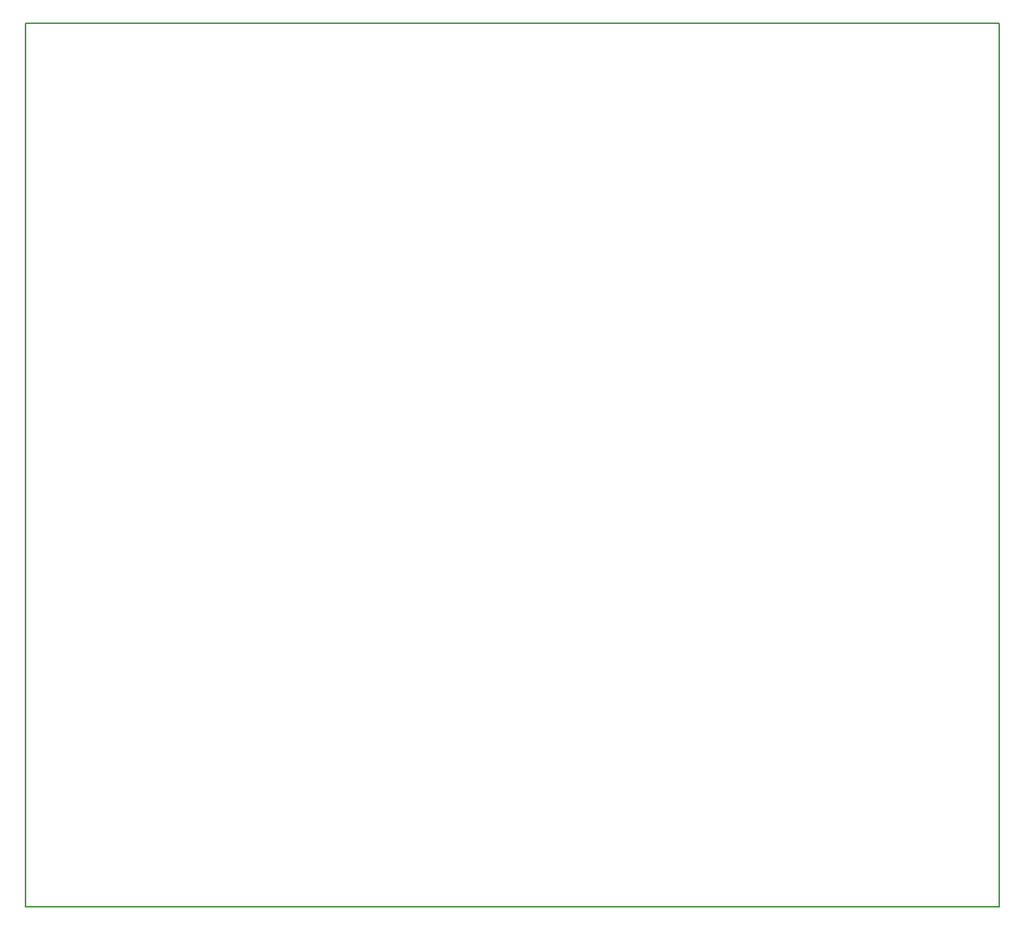
<source format=gbo>
G04 MADE WITH FRITZING*
G04 WWW.FRITZING.ORG*
G04 DOUBLE SIDED*
G04 HOLES PLATED*
G04 CONTOUR ON CENTER OF CONTOUR VECTOR*
%ASAXBY*%
%FSLAX23Y23*%
%MOIN*%
%OFA0B0*%
%SFA1.0B1.0*%
%ADD10R,4.330720X3.937010X4.314720X3.921010*%
%ADD11C,0.008000*%
%LNSILK0*%
G90*
G70*
G54D11*
X4Y3933D02*
X4327Y3933D01*
X4327Y4D01*
X4Y4D01*
X4Y3933D01*
D02*
G04 End of Silk0*
M02*
</source>
